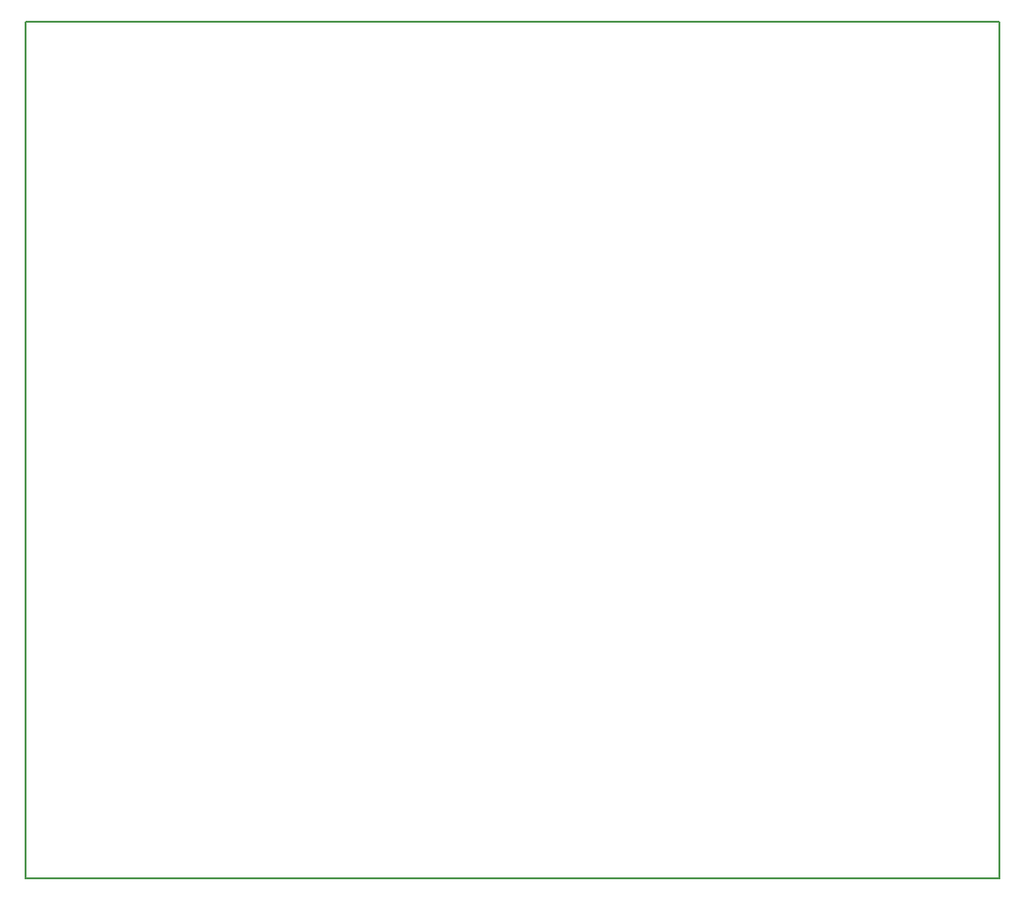
<source format=gbr>
G04 #@! TF.FileFunction,Profile,NP*
%FSLAX46Y46*%
G04 Gerber Fmt 4.6, Leading zero omitted, Abs format (unit mm)*
G04 Created by KiCad (PCBNEW 4.0.2-stable) date Tuesday, August 30, 2016 'PMt' 11:58:46 PM*
%MOMM*%
G01*
G04 APERTURE LIST*
%ADD10C,0.100000*%
%ADD11C,0.150000*%
G04 APERTURE END LIST*
D10*
D11*
X40386000Y-92964000D02*
X127508000Y-92964000D01*
X40386000Y-169672000D02*
X127508000Y-169672000D01*
X40386000Y-92964000D02*
X40386000Y-169672000D01*
X127508000Y-169672000D02*
X127508000Y-92964000D01*
M02*

</source>
